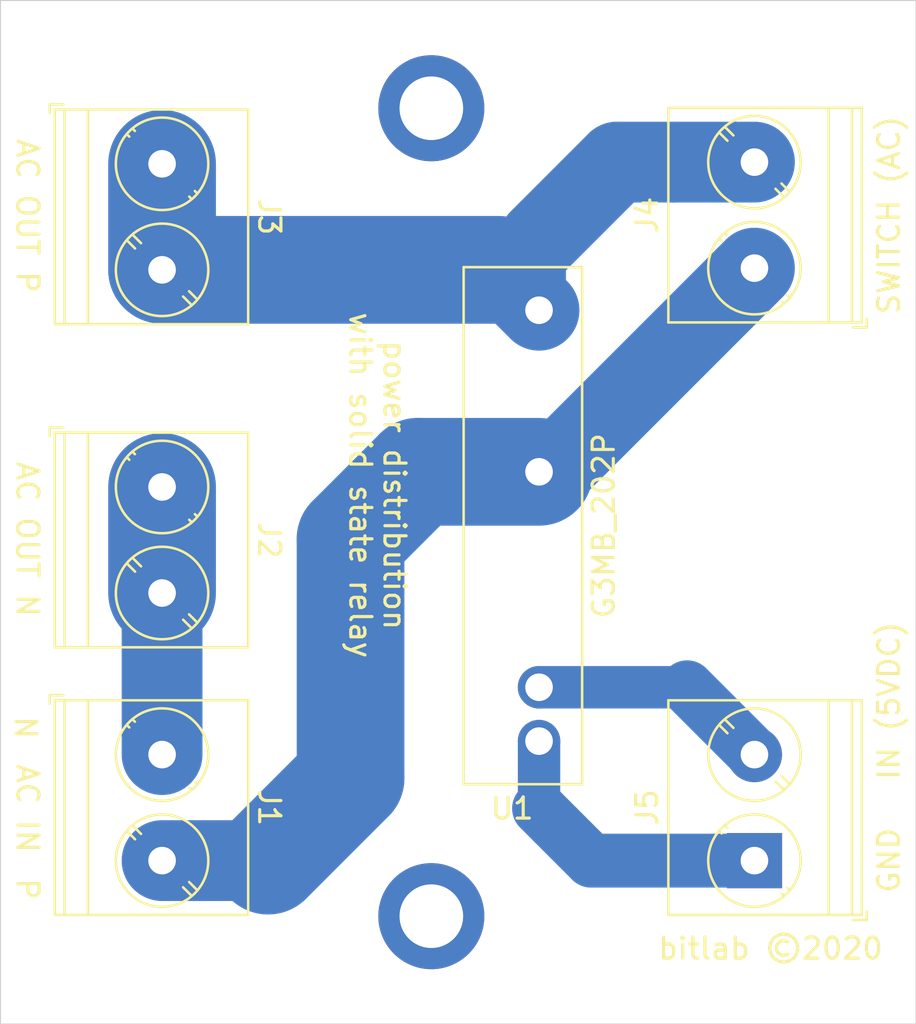
<source format=kicad_pcb>
(kicad_pcb (version 20171130) (host pcbnew "(5.1.5)-3")

  (general
    (thickness 1.6)
    (drawings 8)
    (tracks 23)
    (zones 0)
    (modules 6)
    (nets 6)
  )

  (page A4)
  (title_block
    (title "DDDAC1794 AC Power distribution")
    (date 2020-08-08)
    (rev 1.0)
    (company bitlab)
  )

  (layers
    (0 F.Cu signal)
    (31 B.Cu signal)
    (32 B.Adhes user)
    (33 F.Adhes user)
    (34 B.Paste user)
    (35 F.Paste user)
    (36 B.SilkS user)
    (37 F.SilkS user)
    (38 B.Mask user)
    (39 F.Mask user)
    (40 Dwgs.User user)
    (41 Cmts.User user)
    (42 Eco1.User user)
    (43 Eco2.User user)
    (44 Edge.Cuts user)
    (45 Margin user)
    (46 B.CrtYd user)
    (47 F.CrtYd user)
    (48 B.Fab user)
    (49 F.Fab user)
  )

  (setup
    (last_trace_width 0.25)
    (user_trace_width 0.508)
    (user_trace_width 2.54)
    (trace_clearance 0.2)
    (zone_clearance 0.508)
    (zone_45_only no)
    (trace_min 0.2)
    (via_size 0.8)
    (via_drill 0.4)
    (via_min_size 0.4)
    (via_min_drill 0.3)
    (uvia_size 0.3)
    (uvia_drill 0.1)
    (uvias_allowed no)
    (uvia_min_size 0.2)
    (uvia_min_drill 0.1)
    (edge_width 0.05)
    (segment_width 0.2)
    (pcb_text_width 0.3)
    (pcb_text_size 1.5 1.5)
    (mod_edge_width 0.12)
    (mod_text_size 1 1)
    (mod_text_width 0.15)
    (pad_size 1.524 1.524)
    (pad_drill 0.762)
    (pad_to_mask_clearance 0.051)
    (solder_mask_min_width 0.25)
    (aux_axis_origin 0 0)
    (visible_elements 7FFFFFFF)
    (pcbplotparams
      (layerselection 0x010fc_ffffffff)
      (usegerberextensions false)
      (usegerberattributes false)
      (usegerberadvancedattributes false)
      (creategerberjobfile false)
      (excludeedgelayer true)
      (linewidth 0.100000)
      (plotframeref false)
      (viasonmask false)
      (mode 1)
      (useauxorigin false)
      (hpglpennumber 1)
      (hpglpenspeed 20)
      (hpglpendiameter 15.000000)
      (psnegative false)
      (psa4output false)
      (plotreference true)
      (plotvalue true)
      (plotinvisibletext false)
      (padsonsilk false)
      (subtractmaskfromsilk false)
      (outputformat 1)
      (mirror false)
      (drillshape 1)
      (scaleselection 1)
      (outputdirectory ""))
  )

  (net 0 "")
  (net 1 "Net-(J1-Pad2)")
  (net 2 "Net-(J1-Pad1)")
  (net 3 GND)
  (net 4 "Net-(J3-Pad1)")
  (net 5 "Net-(J5-Pad2)")

  (net_class Default "This is the default net class."
    (clearance 0.2)
    (trace_width 0.25)
    (via_dia 0.8)
    (via_drill 0.4)
    (uvia_dia 0.3)
    (uvia_drill 0.1)
    (add_net GND)
    (add_net "Net-(J1-Pad1)")
    (add_net "Net-(J1-Pad2)")
    (add_net "Net-(J3-Pad1)")
    (add_net "Net-(J5-Pad2)")
  )

  (module psdistr:Omron_G3MB_202P (layer F.Cu) (tedit 5F5105A0) (tstamp 5F514440)
    (at 101.6 116.205 90)
    (path /5F50EC56)
    (fp_text reference U1 (at -5.715 -1.27 180) (layer F.SilkS)
      (effects (font (size 1 1) (thickness 0.15)))
    )
    (fp_text value G3MB_202P (at 7.62 3.048 90) (layer F.SilkS)
      (effects (font (size 1 1) (thickness 0.15)))
    )
    (fp_line (start 19.685 -3.429) (end -4.445 -3.429) (layer F.Fab) (width 0.1))
    (fp_line (start 19.685 1.905) (end 19.685 -3.429) (layer F.Fab) (width 0.1))
    (fp_line (start -4.445 1.905) (end 19.685 1.905) (layer F.Fab) (width 0.1))
    (fp_line (start -4.445 -3.429) (end -4.445 1.905) (layer F.Fab) (width 0.1))
    (fp_line (start 19.939 -3.683) (end -4.699 -3.683) (layer F.CrtYd) (width 0.05))
    (fp_line (start 19.939 2.159) (end 19.939 -3.683) (layer F.CrtYd) (width 0.05))
    (fp_line (start -4.699 2.159) (end 19.939 2.159) (layer F.CrtYd) (width 0.05))
    (fp_line (start -4.699 -3.683) (end -4.699 2.159) (layer F.CrtYd) (width 0.05))
    (fp_text user REF** (at 7.112 -1.143 90) (layer F.Fab)
      (effects (font (size 1 1) (thickness 0.15)))
    )
    (fp_line (start 19.812 -3.556) (end -4.572 -3.556) (layer F.SilkS) (width 0.12))
    (fp_line (start 19.812 2.032) (end 19.812 -3.556) (layer F.SilkS) (width 0.12))
    (fp_line (start -4.572 2.032) (end 19.812 2.032) (layer F.SilkS) (width 0.12))
    (fp_line (start -4.572 -3.556) (end -4.572 2.032) (layer F.SilkS) (width 0.12))
    (pad 4 thru_hole circle (at -2.54 0 90) (size 2 2) (drill 1.3) (layers *.Cu *.Mask)
      (net 3 GND))
    (pad 3 thru_hole circle (at 0 0 90) (size 2 2) (drill 1.3) (layers *.Cu *.Mask)
      (net 5 "Net-(J5-Pad2)"))
    (pad 2 thru_hole circle (at 10.16 0 90) (size 2.6 2.6) (drill 1.3) (layers *.Cu *.Mask)
      (net 1 "Net-(J1-Pad2)"))
    (pad 1 thru_hole rect (at 17.78 0 90) (size 2.6 2.6) (drill 1.3) (layers *.Cu *.Mask)
      (net 4 "Net-(J3-Pad1)"))
  )

  (module TerminalBlock_Phoenix:TerminalBlock_Phoenix_PT-1,5-2-5.0-H_1x02_P5.00mm_Horizontal (layer F.Cu) (tedit 5B294F69) (tstamp 5F297C9A)
    (at 111.76 124.38 90)
    (descr "Terminal Block Phoenix PT-1,5-2-5.0-H, 2 pins, pitch 5mm, size 10x9mm^2, drill diamater 1.3mm, pad diameter 2.6mm, see http://www.mouser.com/ds/2/324/ItemDetail_1935161-922578.pdf, script-generated using https://github.com/pointhi/kicad-footprint-generator/scripts/TerminalBlock_Phoenix")
    (tags "THT Terminal Block Phoenix PT-1,5-2-5.0-H pitch 5mm size 10x9mm^2 drill 1.3mm pad 2.6mm")
    (path /5F293C37)
    (fp_text reference J5 (at 2.5 -5.06 90) (layer F.SilkS)
      (effects (font (size 1 1) (thickness 0.15)))
    )
    (fp_text value "GND   IN (5VDC)" (at 4.873 6.35 90) (layer F.SilkS)
      (effects (font (size 1 1) (thickness 0.15)))
    )
    (fp_text user %R (at 2.5 2.9 90) (layer F.Fab)
      (effects (font (size 1 1) (thickness 0.15)))
    )
    (fp_line (start 8 -4.5) (end -3 -4.5) (layer F.CrtYd) (width 0.05))
    (fp_line (start 8 5.5) (end 8 -4.5) (layer F.CrtYd) (width 0.05))
    (fp_line (start -3 5.5) (end 8 5.5) (layer F.CrtYd) (width 0.05))
    (fp_line (start -3 -4.5) (end -3 5.5) (layer F.CrtYd) (width 0.05))
    (fp_line (start -2.8 5.3) (end -2.4 5.3) (layer F.SilkS) (width 0.12))
    (fp_line (start -2.8 4.66) (end -2.8 5.3) (layer F.SilkS) (width 0.12))
    (fp_line (start 3.742 0.992) (end 3.347 1.388) (layer F.SilkS) (width 0.12))
    (fp_line (start 6.388 -1.654) (end 6.008 -1.274) (layer F.SilkS) (width 0.12))
    (fp_line (start 3.993 1.274) (end 3.613 1.654) (layer F.SilkS) (width 0.12))
    (fp_line (start 6.654 -1.388) (end 6.259 -0.992) (layer F.SilkS) (width 0.12))
    (fp_line (start 6.273 -1.517) (end 3.484 1.273) (layer F.Fab) (width 0.1))
    (fp_line (start 6.517 -1.273) (end 3.728 1.517) (layer F.Fab) (width 0.1))
    (fp_line (start -1.548 1.281) (end -1.654 1.388) (layer F.SilkS) (width 0.12))
    (fp_line (start 1.388 -1.654) (end 1.281 -1.547) (layer F.SilkS) (width 0.12))
    (fp_line (start -1.282 1.547) (end -1.388 1.654) (layer F.SilkS) (width 0.12))
    (fp_line (start 1.654 -1.388) (end 1.547 -1.281) (layer F.SilkS) (width 0.12))
    (fp_line (start 1.273 -1.517) (end -1.517 1.273) (layer F.Fab) (width 0.1))
    (fp_line (start 1.517 -1.273) (end -1.273 1.517) (layer F.Fab) (width 0.1))
    (fp_line (start 7.56 -4.06) (end 7.56 5.06) (layer F.SilkS) (width 0.12))
    (fp_line (start -2.56 -4.06) (end -2.56 5.06) (layer F.SilkS) (width 0.12))
    (fp_line (start -2.56 5.06) (end 7.56 5.06) (layer F.SilkS) (width 0.12))
    (fp_line (start -2.56 -4.06) (end 7.56 -4.06) (layer F.SilkS) (width 0.12))
    (fp_line (start -2.56 3.5) (end 7.56 3.5) (layer F.SilkS) (width 0.12))
    (fp_line (start -2.5 3.5) (end 7.5 3.5) (layer F.Fab) (width 0.1))
    (fp_line (start -2.56 4.6) (end 7.56 4.6) (layer F.SilkS) (width 0.12))
    (fp_line (start -2.5 4.6) (end 7.5 4.6) (layer F.Fab) (width 0.1))
    (fp_line (start -2.5 4.6) (end -2.5 -4) (layer F.Fab) (width 0.1))
    (fp_line (start -2.1 5) (end -2.5 4.6) (layer F.Fab) (width 0.1))
    (fp_line (start 7.5 5) (end -2.1 5) (layer F.Fab) (width 0.1))
    (fp_line (start 7.5 -4) (end 7.5 5) (layer F.Fab) (width 0.1))
    (fp_line (start -2.5 -4) (end 7.5 -4) (layer F.Fab) (width 0.1))
    (fp_circle (center 5 0) (end 7.18 0) (layer F.SilkS) (width 0.12))
    (fp_circle (center 5 0) (end 7 0) (layer F.Fab) (width 0.1))
    (fp_circle (center 0 0) (end 2.18 0) (layer F.SilkS) (width 0.12))
    (fp_circle (center 0 0) (end 2 0) (layer F.Fab) (width 0.1))
    (pad 2 thru_hole circle (at 5 0 90) (size 2.6 2.6) (drill 1.3) (layers *.Cu *.Mask)
      (net 5 "Net-(J5-Pad2)"))
    (pad 1 thru_hole rect (at 0 0 90) (size 2.6 2.6) (drill 1.3) (layers *.Cu *.Mask)
      (net 3 GND))
    (model ${KISYS3DMOD}/TerminalBlock_Phoenix.3dshapes/TerminalBlock_Phoenix_PT-1,5-2-5.0-H_1x02_P5.00mm_Horizontal.wrl
      (at (xyz 0 0 0))
      (scale (xyz 1 1 1))
      (rotate (xyz 0 0 0))
    )
  )

  (module TerminalBlock_Phoenix:TerminalBlock_Phoenix_PT-1,5-2-5.0-H_1x02_P5.00mm_Horizontal (layer F.Cu) (tedit 5B294F69) (tstamp 5F2982CA)
    (at 111.76 96.44 90)
    (descr "Terminal Block Phoenix PT-1,5-2-5.0-H, 2 pins, pitch 5mm, size 10x9mm^2, drill diamater 1.3mm, pad diameter 2.6mm, see http://www.mouser.com/ds/2/324/ItemDetail_1935161-922578.pdf, script-generated using https://github.com/pointhi/kicad-footprint-generator/scripts/TerminalBlock_Phoenix")
    (tags "THT Terminal Block Phoenix PT-1,5-2-5.0-H pitch 5mm size 10x9mm^2 drill 1.3mm pad 2.6mm")
    (path /5F293477)
    (fp_text reference J4 (at 2.5 -5.06 90) (layer F.SilkS)
      (effects (font (size 1 1) (thickness 0.15)))
    )
    (fp_text value "SWITCH (AC)" (at 2.5 6.35 90) (layer F.SilkS)
      (effects (font (size 1 1) (thickness 0.15)))
    )
    (fp_text user %R (at 2.5 2.9 90) (layer F.Fab)
      (effects (font (size 1 1) (thickness 0.15)))
    )
    (fp_line (start 8 -4.5) (end -3 -4.5) (layer F.CrtYd) (width 0.05))
    (fp_line (start 8 5.5) (end 8 -4.5) (layer F.CrtYd) (width 0.05))
    (fp_line (start -3 5.5) (end 8 5.5) (layer F.CrtYd) (width 0.05))
    (fp_line (start -3 -4.5) (end -3 5.5) (layer F.CrtYd) (width 0.05))
    (fp_line (start -2.8 5.3) (end -2.4 5.3) (layer F.SilkS) (width 0.12))
    (fp_line (start -2.8 4.66) (end -2.8 5.3) (layer F.SilkS) (width 0.12))
    (fp_line (start 3.742 0.992) (end 3.347 1.388) (layer F.SilkS) (width 0.12))
    (fp_line (start 6.388 -1.654) (end 6.008 -1.274) (layer F.SilkS) (width 0.12))
    (fp_line (start 3.993 1.274) (end 3.613 1.654) (layer F.SilkS) (width 0.12))
    (fp_line (start 6.654 -1.388) (end 6.259 -0.992) (layer F.SilkS) (width 0.12))
    (fp_line (start 6.273 -1.517) (end 3.484 1.273) (layer F.Fab) (width 0.1))
    (fp_line (start 6.517 -1.273) (end 3.728 1.517) (layer F.Fab) (width 0.1))
    (fp_line (start -1.548 1.281) (end -1.654 1.388) (layer F.SilkS) (width 0.12))
    (fp_line (start 1.388 -1.654) (end 1.281 -1.547) (layer F.SilkS) (width 0.12))
    (fp_line (start -1.282 1.547) (end -1.388 1.654) (layer F.SilkS) (width 0.12))
    (fp_line (start 1.654 -1.388) (end 1.547 -1.281) (layer F.SilkS) (width 0.12))
    (fp_line (start 1.273 -1.517) (end -1.517 1.273) (layer F.Fab) (width 0.1))
    (fp_line (start 1.517 -1.273) (end -1.273 1.517) (layer F.Fab) (width 0.1))
    (fp_line (start 7.56 -4.06) (end 7.56 5.06) (layer F.SilkS) (width 0.12))
    (fp_line (start -2.56 -4.06) (end -2.56 5.06) (layer F.SilkS) (width 0.12))
    (fp_line (start -2.56 5.06) (end 7.56 5.06) (layer F.SilkS) (width 0.12))
    (fp_line (start -2.56 -4.06) (end 7.56 -4.06) (layer F.SilkS) (width 0.12))
    (fp_line (start -2.56 3.5) (end 7.56 3.5) (layer F.SilkS) (width 0.12))
    (fp_line (start -2.5 3.5) (end 7.5 3.5) (layer F.Fab) (width 0.1))
    (fp_line (start -2.56 4.6) (end 7.56 4.6) (layer F.SilkS) (width 0.12))
    (fp_line (start -2.5 4.6) (end 7.5 4.6) (layer F.Fab) (width 0.1))
    (fp_line (start -2.5 4.6) (end -2.5 -4) (layer F.Fab) (width 0.1))
    (fp_line (start -2.1 5) (end -2.5 4.6) (layer F.Fab) (width 0.1))
    (fp_line (start 7.5 5) (end -2.1 5) (layer F.Fab) (width 0.1))
    (fp_line (start 7.5 -4) (end 7.5 5) (layer F.Fab) (width 0.1))
    (fp_line (start -2.5 -4) (end 7.5 -4) (layer F.Fab) (width 0.1))
    (fp_circle (center 5 0) (end 7.18 0) (layer F.SilkS) (width 0.12))
    (fp_circle (center 5 0) (end 7 0) (layer F.Fab) (width 0.1))
    (fp_circle (center 0 0) (end 2.18 0) (layer F.SilkS) (width 0.12))
    (fp_circle (center 0 0) (end 2 0) (layer F.Fab) (width 0.1))
    (pad 2 thru_hole circle (at 5 0 90) (size 2.6 2.6) (drill 1.3) (layers *.Cu *.Mask)
      (net 4 "Net-(J3-Pad1)"))
    (pad 1 thru_hole rect (at 0 0 90) (size 2.6 2.6) (drill 1.3) (layers *.Cu *.Mask)
      (net 1 "Net-(J1-Pad2)"))
    (model ${KISYS3DMOD}/TerminalBlock_Phoenix.3dshapes/TerminalBlock_Phoenix_PT-1,5-2-5.0-H_1x02_P5.00mm_Horizontal.wrl
      (at (xyz 0 0 0))
      (scale (xyz 1 1 1))
      (rotate (xyz 0 0 0))
    )
  )

  (module TerminalBlock_Phoenix:TerminalBlock_Phoenix_PT-1,5-2-5.0-H_1x02_P5.00mm_Horizontal (layer F.Cu) (tedit 5B294F69) (tstamp 5F50ADE5)
    (at 83.82 91.52 270)
    (descr "Terminal Block Phoenix PT-1,5-2-5.0-H, 2 pins, pitch 5mm, size 10x9mm^2, drill diamater 1.3mm, pad diameter 2.6mm, see http://www.mouser.com/ds/2/324/ItemDetail_1935161-922578.pdf, script-generated using https://github.com/pointhi/kicad-footprint-generator/scripts/TerminalBlock_Phoenix")
    (tags "THT Terminal Block Phoenix PT-1,5-2-5.0-H pitch 5mm size 10x9mm^2 drill 1.3mm pad 2.6mm")
    (path /5F293927)
    (fp_text reference J3 (at 2.5 -5.06 270 unlocked) (layer F.SilkS)
      (effects (font (size 1 1) (thickness 0.15)))
    )
    (fp_text value "AC OUT P" (at 2.46 6.35 270 unlocked) (layer F.SilkS)
      (effects (font (size 1 1) (thickness 0.15)))
    )
    (fp_text user %R (at 2.5 2.9 90) (layer F.Fab)
      (effects (font (size 1 1) (thickness 0.15)))
    )
    (fp_line (start 8 -4.5) (end -3 -4.5) (layer F.CrtYd) (width 0.05))
    (fp_line (start 8 5.5) (end 8 -4.5) (layer F.CrtYd) (width 0.05))
    (fp_line (start -3 5.5) (end 8 5.5) (layer F.CrtYd) (width 0.05))
    (fp_line (start -3 -4.5) (end -3 5.5) (layer F.CrtYd) (width 0.05))
    (fp_line (start -2.8 5.3) (end -2.4 5.3) (layer F.SilkS) (width 0.12))
    (fp_line (start -2.8 4.66) (end -2.8 5.3) (layer F.SilkS) (width 0.12))
    (fp_line (start 3.742 0.992) (end 3.347 1.388) (layer F.SilkS) (width 0.12))
    (fp_line (start 6.388 -1.654) (end 6.008 -1.274) (layer F.SilkS) (width 0.12))
    (fp_line (start 3.993 1.274) (end 3.613 1.654) (layer F.SilkS) (width 0.12))
    (fp_line (start 6.654 -1.388) (end 6.259 -0.992) (layer F.SilkS) (width 0.12))
    (fp_line (start 6.273 -1.517) (end 3.484 1.273) (layer F.Fab) (width 0.1))
    (fp_line (start 6.517 -1.273) (end 3.728 1.517) (layer F.Fab) (width 0.1))
    (fp_line (start -1.548 1.281) (end -1.654 1.388) (layer F.SilkS) (width 0.12))
    (fp_line (start 1.388 -1.654) (end 1.281 -1.547) (layer F.SilkS) (width 0.12))
    (fp_line (start -1.282 1.547) (end -1.388 1.654) (layer F.SilkS) (width 0.12))
    (fp_line (start 1.654 -1.388) (end 1.547 -1.281) (layer F.SilkS) (width 0.12))
    (fp_line (start 1.273 -1.517) (end -1.517 1.273) (layer F.Fab) (width 0.1))
    (fp_line (start 1.517 -1.273) (end -1.273 1.517) (layer F.Fab) (width 0.1))
    (fp_line (start 7.56 -4.06) (end 7.56 5.06) (layer F.SilkS) (width 0.12))
    (fp_line (start -2.56 -4.06) (end -2.56 5.06) (layer F.SilkS) (width 0.12))
    (fp_line (start -2.56 5.06) (end 7.56 5.06) (layer F.SilkS) (width 0.12))
    (fp_line (start -2.56 -4.06) (end 7.56 -4.06) (layer F.SilkS) (width 0.12))
    (fp_line (start -2.56 3.5) (end 7.56 3.5) (layer F.SilkS) (width 0.12))
    (fp_line (start -2.5 3.5) (end 7.5 3.5) (layer F.Fab) (width 0.1))
    (fp_line (start -2.56 4.6) (end 7.56 4.6) (layer F.SilkS) (width 0.12))
    (fp_line (start -2.5 4.6) (end 7.5 4.6) (layer F.Fab) (width 0.1))
    (fp_line (start -2.5 4.6) (end -2.5 -4) (layer F.Fab) (width 0.1))
    (fp_line (start -2.1 5) (end -2.5 4.6) (layer F.Fab) (width 0.1))
    (fp_line (start 7.5 5) (end -2.1 5) (layer F.Fab) (width 0.1))
    (fp_line (start 7.5 -4) (end 7.5 5) (layer F.Fab) (width 0.1))
    (fp_line (start -2.5 -4) (end 7.5 -4) (layer F.Fab) (width 0.1))
    (fp_circle (center 5 0) (end 7.18 0) (layer F.SilkS) (width 0.12))
    (fp_circle (center 5 0) (end 7 0) (layer F.Fab) (width 0.1))
    (fp_circle (center 0 0) (end 2.18 0) (layer F.SilkS) (width 0.12))
    (fp_circle (center 0 0) (end 2 0) (layer F.Fab) (width 0.1))
    (pad 2 thru_hole circle (at 5 0 270) (size 2.6 2.6) (drill 1.3) (layers *.Cu *.Mask)
      (net 4 "Net-(J3-Pad1)"))
    (pad 1 thru_hole rect (at 0 0 270) (size 2.6 2.6) (drill 1.3) (layers *.Cu *.Mask)
      (net 4 "Net-(J3-Pad1)"))
    (model ${KISYS3DMOD}/TerminalBlock_Phoenix.3dshapes/TerminalBlock_Phoenix_PT-1,5-2-5.0-H_1x02_P5.00mm_Horizontal.wrl
      (at (xyz 0 0 0))
      (scale (xyz 1 1 1))
      (rotate (xyz 0 0 0))
    )
  )

  (module TerminalBlock_Phoenix:TerminalBlock_Phoenix_PT-1,5-2-5.0-H_1x02_P5.00mm_Horizontal (layer F.Cu) (tedit 5B294F69) (tstamp 5F29843D)
    (at 83.82 106.76 270)
    (descr "Terminal Block Phoenix PT-1,5-2-5.0-H, 2 pins, pitch 5mm, size 10x9mm^2, drill diamater 1.3mm, pad diameter 2.6mm, see http://www.mouser.com/ds/2/324/ItemDetail_1935161-922578.pdf, script-generated using https://github.com/pointhi/kicad-footprint-generator/scripts/TerminalBlock_Phoenix")
    (tags "THT Terminal Block Phoenix PT-1,5-2-5.0-H pitch 5mm size 10x9mm^2 drill 1.3mm pad 2.6mm")
    (path /5F2936D8)
    (fp_text reference J2 (at 2.5 -5.06 270 unlocked) (layer F.SilkS)
      (effects (font (size 1 1) (thickness 0.15)))
    )
    (fp_text value "AC OUT N" (at 2.46 6.35 270 unlocked) (layer F.SilkS)
      (effects (font (size 1 1) (thickness 0.15)))
    )
    (fp_text user %R (at 2.5 2.9 90) (layer F.Fab)
      (effects (font (size 1 1) (thickness 0.15)))
    )
    (fp_line (start 8 -4.5) (end -3 -4.5) (layer F.CrtYd) (width 0.05))
    (fp_line (start 8 5.5) (end 8 -4.5) (layer F.CrtYd) (width 0.05))
    (fp_line (start -3 5.5) (end 8 5.5) (layer F.CrtYd) (width 0.05))
    (fp_line (start -3 -4.5) (end -3 5.5) (layer F.CrtYd) (width 0.05))
    (fp_line (start -2.8 5.3) (end -2.4 5.3) (layer F.SilkS) (width 0.12))
    (fp_line (start -2.8 4.66) (end -2.8 5.3) (layer F.SilkS) (width 0.12))
    (fp_line (start 3.742 0.992) (end 3.347 1.388) (layer F.SilkS) (width 0.12))
    (fp_line (start 6.388 -1.654) (end 6.008 -1.274) (layer F.SilkS) (width 0.12))
    (fp_line (start 3.993 1.274) (end 3.613 1.654) (layer F.SilkS) (width 0.12))
    (fp_line (start 6.654 -1.388) (end 6.259 -0.992) (layer F.SilkS) (width 0.12))
    (fp_line (start 6.273 -1.517) (end 3.484 1.273) (layer F.Fab) (width 0.1))
    (fp_line (start 6.517 -1.273) (end 3.728 1.517) (layer F.Fab) (width 0.1))
    (fp_line (start -1.548 1.281) (end -1.654 1.388) (layer F.SilkS) (width 0.12))
    (fp_line (start 1.388 -1.654) (end 1.281 -1.547) (layer F.SilkS) (width 0.12))
    (fp_line (start -1.282 1.547) (end -1.388 1.654) (layer F.SilkS) (width 0.12))
    (fp_line (start 1.654 -1.388) (end 1.547 -1.281) (layer F.SilkS) (width 0.12))
    (fp_line (start 1.273 -1.517) (end -1.517 1.273) (layer F.Fab) (width 0.1))
    (fp_line (start 1.517 -1.273) (end -1.273 1.517) (layer F.Fab) (width 0.1))
    (fp_line (start 7.56 -4.06) (end 7.56 5.06) (layer F.SilkS) (width 0.12))
    (fp_line (start -2.56 -4.06) (end -2.56 5.06) (layer F.SilkS) (width 0.12))
    (fp_line (start -2.56 5.06) (end 7.56 5.06) (layer F.SilkS) (width 0.12))
    (fp_line (start -2.56 -4.06) (end 7.56 -4.06) (layer F.SilkS) (width 0.12))
    (fp_line (start -2.56 3.5) (end 7.56 3.5) (layer F.SilkS) (width 0.12))
    (fp_line (start -2.5 3.5) (end 7.5 3.5) (layer F.Fab) (width 0.1))
    (fp_line (start -2.56 4.6) (end 7.56 4.6) (layer F.SilkS) (width 0.12))
    (fp_line (start -2.5 4.6) (end 7.5 4.6) (layer F.Fab) (width 0.1))
    (fp_line (start -2.5 4.6) (end -2.5 -4) (layer F.Fab) (width 0.1))
    (fp_line (start -2.1 5) (end -2.5 4.6) (layer F.Fab) (width 0.1))
    (fp_line (start 7.5 5) (end -2.1 5) (layer F.Fab) (width 0.1))
    (fp_line (start 7.5 -4) (end 7.5 5) (layer F.Fab) (width 0.1))
    (fp_line (start -2.5 -4) (end 7.5 -4) (layer F.Fab) (width 0.1))
    (fp_circle (center 5 0) (end 7.18 0) (layer F.SilkS) (width 0.12))
    (fp_circle (center 5 0) (end 7 0) (layer F.Fab) (width 0.1))
    (fp_circle (center 0 0) (end 2.18 0) (layer F.SilkS) (width 0.12))
    (fp_circle (center 0 0) (end 2 0) (layer F.Fab) (width 0.1))
    (pad 2 thru_hole circle (at 5 0 270) (size 2.6 2.6) (drill 1.3) (layers *.Cu *.Mask)
      (net 2 "Net-(J1-Pad1)"))
    (pad 1 thru_hole rect (at 0 0 270) (size 2.6 2.6) (drill 1.3) (layers *.Cu *.Mask)
      (net 2 "Net-(J1-Pad1)"))
    (model ${KISYS3DMOD}/TerminalBlock_Phoenix.3dshapes/TerminalBlock_Phoenix_PT-1,5-2-5.0-H_1x02_P5.00mm_Horizontal.wrl
      (at (xyz 0 0 0))
      (scale (xyz 1 1 1))
      (rotate (xyz 0 0 0))
    )
  )

  (module TerminalBlock_Phoenix:TerminalBlock_Phoenix_PT-1,5-2-5.0-H_1x02_P5.00mm_Horizontal (layer F.Cu) (tedit 5B294F69) (tstamp 5F2978DC)
    (at 83.82 119.38 270)
    (descr "Terminal Block Phoenix PT-1,5-2-5.0-H, 2 pins, pitch 5mm, size 10x9mm^2, drill diamater 1.3mm, pad diameter 2.6mm, see http://www.mouser.com/ds/2/324/ItemDetail_1935161-922578.pdf, script-generated using https://github.com/pointhi/kicad-footprint-generator/scripts/TerminalBlock_Phoenix")
    (tags "THT Terminal Block Phoenix PT-1,5-2-5.0-H pitch 5mm size 10x9mm^2 drill 1.3mm pad 2.6mm")
    (path /5F2920B4)
    (fp_text reference J1 (at 2.5 -5.06 270 unlocked) (layer F.SilkS)
      (effects (font (size 1 1) (thickness 0.15)))
    )
    (fp_text value "AC IN" (at 2.54 6.35 270 unlocked) (layer F.SilkS)
      (effects (font (size 1 1) (thickness 0.15)))
    )
    (fp_text user %R (at 2.5 2.9 90) (layer F.Fab)
      (effects (font (size 1 1) (thickness 0.15)))
    )
    (fp_line (start 8 -4.5) (end -3 -4.5) (layer F.CrtYd) (width 0.05))
    (fp_line (start 8 5.5) (end 8 -4.5) (layer F.CrtYd) (width 0.05))
    (fp_line (start -3 5.5) (end 8 5.5) (layer F.CrtYd) (width 0.05))
    (fp_line (start -3 -4.5) (end -3 5.5) (layer F.CrtYd) (width 0.05))
    (fp_line (start -2.8 5.3) (end -2.4 5.3) (layer F.SilkS) (width 0.12))
    (fp_line (start -2.8 4.66) (end -2.8 5.3) (layer F.SilkS) (width 0.12))
    (fp_line (start 3.742 0.992) (end 3.347 1.388) (layer F.SilkS) (width 0.12))
    (fp_line (start 6.388 -1.654) (end 6.008 -1.274) (layer F.SilkS) (width 0.12))
    (fp_line (start 3.993 1.274) (end 3.613 1.654) (layer F.SilkS) (width 0.12))
    (fp_line (start 6.654 -1.388) (end 6.259 -0.992) (layer F.SilkS) (width 0.12))
    (fp_line (start 6.273 -1.517) (end 3.484 1.273) (layer F.Fab) (width 0.1))
    (fp_line (start 6.517 -1.273) (end 3.728 1.517) (layer F.Fab) (width 0.1))
    (fp_line (start -1.548 1.281) (end -1.654 1.388) (layer F.SilkS) (width 0.12))
    (fp_line (start 1.388 -1.654) (end 1.281 -1.547) (layer F.SilkS) (width 0.12))
    (fp_line (start -1.282 1.547) (end -1.388 1.654) (layer F.SilkS) (width 0.12))
    (fp_line (start 1.654 -1.388) (end 1.547 -1.281) (layer F.SilkS) (width 0.12))
    (fp_line (start 1.273 -1.517) (end -1.517 1.273) (layer F.Fab) (width 0.1))
    (fp_line (start 1.517 -1.273) (end -1.273 1.517) (layer F.Fab) (width 0.1))
    (fp_line (start 7.56 -4.06) (end 7.56 5.06) (layer F.SilkS) (width 0.12))
    (fp_line (start -2.56 -4.06) (end -2.56 5.06) (layer F.SilkS) (width 0.12))
    (fp_line (start -2.56 5.06) (end 7.56 5.06) (layer F.SilkS) (width 0.12))
    (fp_line (start -2.56 -4.06) (end 7.56 -4.06) (layer F.SilkS) (width 0.12))
    (fp_line (start -2.56 3.5) (end 7.56 3.5) (layer F.SilkS) (width 0.12))
    (fp_line (start -2.5 3.5) (end 7.5 3.5) (layer F.Fab) (width 0.1))
    (fp_line (start -2.56 4.6) (end 7.56 4.6) (layer F.SilkS) (width 0.12))
    (fp_line (start -2.5 4.6) (end 7.5 4.6) (layer F.Fab) (width 0.1))
    (fp_line (start -2.5 4.6) (end -2.5 -4) (layer F.Fab) (width 0.1))
    (fp_line (start -2.1 5) (end -2.5 4.6) (layer F.Fab) (width 0.1))
    (fp_line (start 7.5 5) (end -2.1 5) (layer F.Fab) (width 0.1))
    (fp_line (start 7.5 -4) (end 7.5 5) (layer F.Fab) (width 0.1))
    (fp_line (start -2.5 -4) (end 7.5 -4) (layer F.Fab) (width 0.1))
    (fp_circle (center 5 0) (end 7.18 0) (layer F.SilkS) (width 0.12))
    (fp_circle (center 5 0) (end 7 0) (layer F.Fab) (width 0.1))
    (fp_circle (center 0 0) (end 2.18 0) (layer F.SilkS) (width 0.12))
    (fp_circle (center 0 0) (end 2 0) (layer F.Fab) (width 0.1))
    (pad 2 thru_hole circle (at 5 0 270) (size 2.6 2.6) (drill 1.3) (layers *.Cu *.Mask)
      (net 1 "Net-(J1-Pad2)"))
    (pad 1 thru_hole rect (at 0 0 270) (size 2.6 2.6) (drill 1.3) (layers *.Cu *.Mask)
      (net 2 "Net-(J1-Pad1)"))
    (model ${KISYS3DMOD}/TerminalBlock_Phoenix.3dshapes/TerminalBlock_Phoenix_PT-1,5-2-5.0-H_1x02_P5.00mm_Horizontal.wrl
      (at (xyz 0 0 0))
      (scale (xyz 1 1 1))
      (rotate (xyz 0 0 0))
    )
  )

  (gr_line (start 76.2 132.08) (end 76.2 83.82) (layer Edge.Cuts) (width 0.05) (tstamp 5F50AAD6))
  (gr_line (start 119.38 132.08) (end 76.2 132.08) (layer Edge.Cuts) (width 0.05))
  (gr_line (start 119.38 83.82) (end 119.38 132.08) (layer Edge.Cuts) (width 0.05))
  (gr_line (start 76.2 83.82) (end 119.38 83.82) (layer Edge.Cuts) (width 0.05))
  (gr_text "power distribution\nwith solid state relay" (at 93.98 106.68 270) (layer F.SilkS)
    (effects (font (size 1 1) (thickness 0.15)))
  )
  (gr_text "bitlab ©2020" (at 112.522 128.524) (layer F.SilkS)
    (effects (font (size 1 1) (thickness 0.15)))
  )
  (gr_text P (at 77.47 125.73 270) (layer F.SilkS)
    (effects (font (size 1 1) (thickness 0.15)))
  )
  (gr_text N (at 77.47 118.11 90) (layer F.SilkS)
    (effects (font (size 1 1) (thickness 0.15)))
  )

  (via (at 96.52 127) (size 5) (drill 3) (layers F.Cu B.Cu) (net 0) (tstamp 5F4FFB09))
  (via (at 96.52 88.9) (size 5) (drill 3) (layers F.Cu B.Cu) (net 0) (tstamp 5F4FFB06))
  (segment (start 83.82 124.38) (end 88.82 124.38) (width 3.81) (layer B.Cu) (net 1))
  (segment (start 88.82 124.38) (end 92.71 120.49) (width 5.08) (layer B.Cu) (net 1))
  (segment (start 95.885 106.045) (end 101.6 106.045) (width 5.08) (layer B.Cu) (net 1))
  (segment (start 92.71 120.49) (end 92.71 109.22) (width 5.08) (layer B.Cu) (net 1))
  (segment (start 92.71 109.22) (end 95.885 106.045) (width 5.08) (layer B.Cu) (net 1))
  (segment (start 102.155 106.045) (end 111.76 96.44) (width 3.81) (layer B.Cu) (net 1))
  (segment (start 101.6 106.045) (end 102.155 106.045) (width 2.54) (layer B.Cu) (net 1))
  (segment (start 83.82 119.38) (end 83.82 111.76) (width 3.81) (layer B.Cu) (net 2))
  (segment (start 83.82 111.76) (end 83.82 106.76) (width 5.08) (layer B.Cu) (net 2))
  (segment (start 101.6 118.745) (end 101.6 121.92) (width 2) (layer B.Cu) (net 3))
  (segment (start 104.06 124.38) (end 111.76 124.38) (width 2.54) (layer B.Cu) (net 3))
  (segment (start 101.6 121.92) (end 104.06 124.38) (width 2.54) (layer B.Cu) (net 3))
  (segment (start 83.82 91.52) (end 83.82 96.52) (width 5.08) (layer B.Cu) (net 4))
  (segment (start 99.695 96.52) (end 101.6 98.425) (width 3.81) (layer B.Cu) (net 4))
  (segment (start 83.82 96.52) (end 99.695 96.52) (width 5.08) (layer B.Cu) (net 4))
  (segment (start 101.6 95.123) (end 105.283 91.44) (width 3.81) (layer B.Cu) (net 4))
  (segment (start 101.6 98.425) (end 101.6 95.123) (width 2.54) (layer B.Cu) (net 4))
  (segment (start 105.283 91.44) (end 107.95 91.44) (width 3.81) (layer B.Cu) (net 4))
  (segment (start 107.95 91.44) (end 111.76 91.44) (width 3.81) (layer B.Cu) (net 4))
  (segment (start 108.585 116.205) (end 111.76 119.38) (width 2.54) (layer B.Cu) (net 5))
  (segment (start 101.6 116.205) (end 108.585 116.205) (width 2) (layer B.Cu) (net 5))

)

</source>
